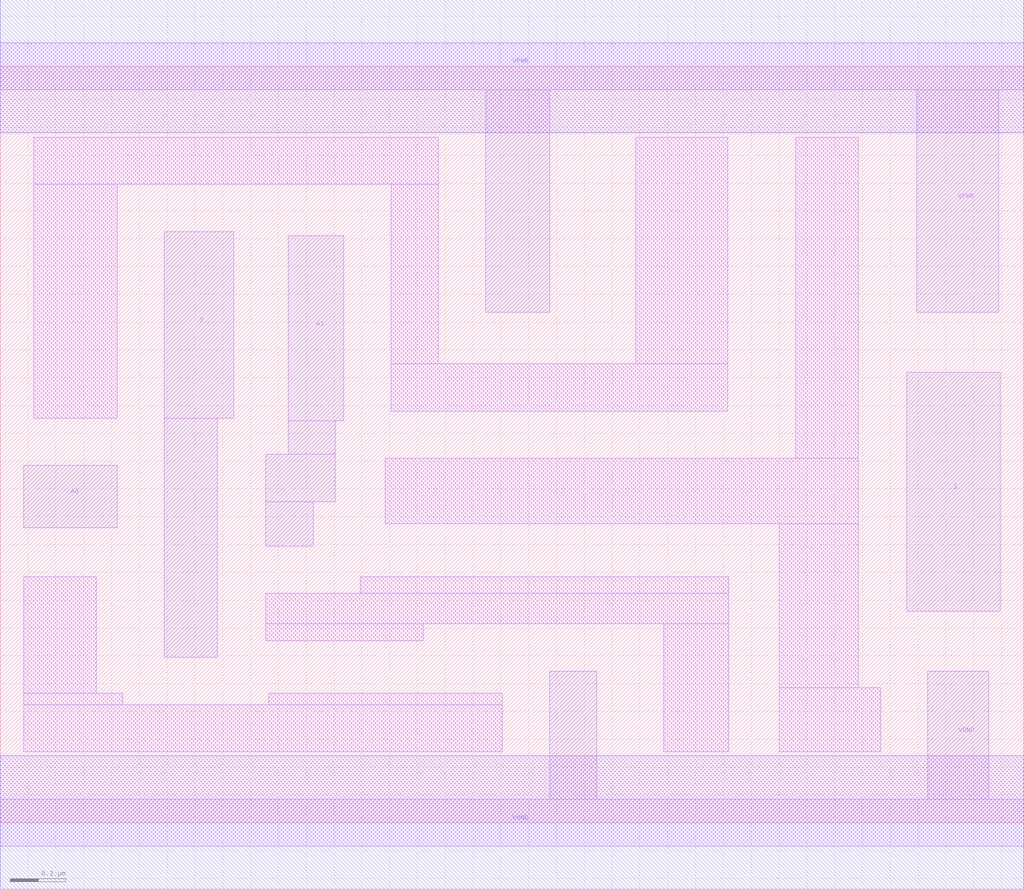
<source format=lef>
# Copyright 2020 The SkyWater PDK Authors
#
# Licensed under the Apache License, Version 2.0 (the "License");
# you may not use this file except in compliance with the License.
# You may obtain a copy of the License at
#
#     https://www.apache.org/licenses/LICENSE-2.0
#
# Unless required by applicable law or agreed to in writing, software
# distributed under the License is distributed on an "AS IS" BASIS,
# WITHOUT WARRANTIES OR CONDITIONS OF ANY KIND, either express or implied.
# See the License for the specific language governing permissions and
# limitations under the License.
#
# SPDX-License-Identifier: Apache-2.0

VERSION 5.5 ;
NAMESCASESENSITIVE ON ;
BUSBITCHARS "[]" ;
DIVIDERCHAR "/" ;
MACRO sky130_fd_sc_hd__mux2i_1
  CLASS CORE ;
  SOURCE USER ;
  ORIGIN  0.000000  0.000000 ;
  SIZE  3.680000 BY  2.720000 ;
  SYMMETRY X Y R90 ;
  SITE unithd ;
  PIN A0
    ANTENNAGATEAREA  0.247500 ;
    DIRECTION INPUT ;
    USE SIGNAL ;
    PORT
      LAYER li1 ;
        RECT 0.085000 1.060000 0.420000 1.285000 ;
    END
  END A0
  PIN A1
    ANTENNAGATEAREA  0.247500 ;
    DIRECTION INPUT ;
    USE SIGNAL ;
    PORT
      LAYER li1 ;
        RECT 0.955000 0.995000 1.125000 1.155000 ;
        RECT 0.955000 1.155000 1.205000 1.325000 ;
        RECT 1.035000 1.325000 1.205000 1.445000 ;
        RECT 1.035000 1.445000 1.235000 2.110000 ;
    END
  END A1
  PIN S
    ANTENNAGATEAREA  0.495000 ;
    DIRECTION INPUT ;
    USE SIGNAL ;
    PORT
      LAYER li1 ;
        RECT 3.260000 0.760000 3.595000 1.620000 ;
    END
  END S
  PIN Y
    ANTENNADIFFAREA  0.480500 ;
    DIRECTION OUTPUT ;
    USE SIGNAL ;
    PORT
      LAYER li1 ;
        RECT 0.590000 0.595000 0.780000 1.455000 ;
        RECT 0.590000 1.455000 0.840000 2.125000 ;
    END
  END Y
  PIN VGND
    DIRECTION INOUT ;
    SHAPE ABUTMENT ;
    USE GROUND ;
    PORT
      LAYER li1 ;
        RECT 0.000000 -0.085000 3.680000 0.085000 ;
        RECT 1.975000  0.085000 2.145000 0.545000 ;
        RECT 3.335000  0.085000 3.555000 0.545000 ;
    END
    PORT
      LAYER met1 ;
        RECT 0.000000 -0.240000 3.680000 0.240000 ;
    END
  END VGND
  PIN VNB
    DIRECTION INOUT ;
    USE GROUND ;
    PORT
    END
  END VNB
  PIN VPB
    DIRECTION INOUT ;
    USE POWER ;
    PORT
    END
  END VPB
  PIN VPWR
    DIRECTION INOUT ;
    SHAPE ABUTMENT ;
    USE POWER ;
    PORT
      LAYER li1 ;
        RECT 0.000000 2.635000 3.680000 2.805000 ;
        RECT 1.745000 1.835000 1.975000 2.635000 ;
        RECT 3.295000 1.835000 3.590000 2.635000 ;
    END
    PORT
      LAYER met1 ;
        RECT 0.000000 2.480000 3.680000 2.960000 ;
    END
  END VPWR
  OBS
    LAYER li1 ;
      RECT 0.085000 0.255000 1.805000 0.425000 ;
      RECT 0.085000 0.425000 0.440000 0.465000 ;
      RECT 0.085000 0.465000 0.345000 0.885000 ;
      RECT 0.120000 1.455000 0.420000 2.295000 ;
      RECT 0.120000 2.295000 1.575000 2.465000 ;
      RECT 0.955000 0.655000 1.520000 0.715000 ;
      RECT 0.955000 0.715000 2.620000 0.825000 ;
      RECT 0.965000 0.425000 1.805000 0.465000 ;
      RECT 1.295000 0.825000 2.620000 0.885000 ;
      RECT 1.385000 1.075000 3.085000 1.310000 ;
      RECT 1.405000 1.480000 2.615000 1.650000 ;
      RECT 1.405000 1.650000 1.575000 2.295000 ;
      RECT 2.285000 1.650000 2.615000 2.465000 ;
      RECT 2.385000 0.255000 2.620000 0.715000 ;
      RECT 2.800000 0.255000 3.165000 0.485000 ;
      RECT 2.800000 0.485000 3.085000 1.075000 ;
      RECT 2.860000 1.310000 3.085000 2.465000 ;
  END
END sky130_fd_sc_hd__mux2i_1
END LIBRARY

</source>
